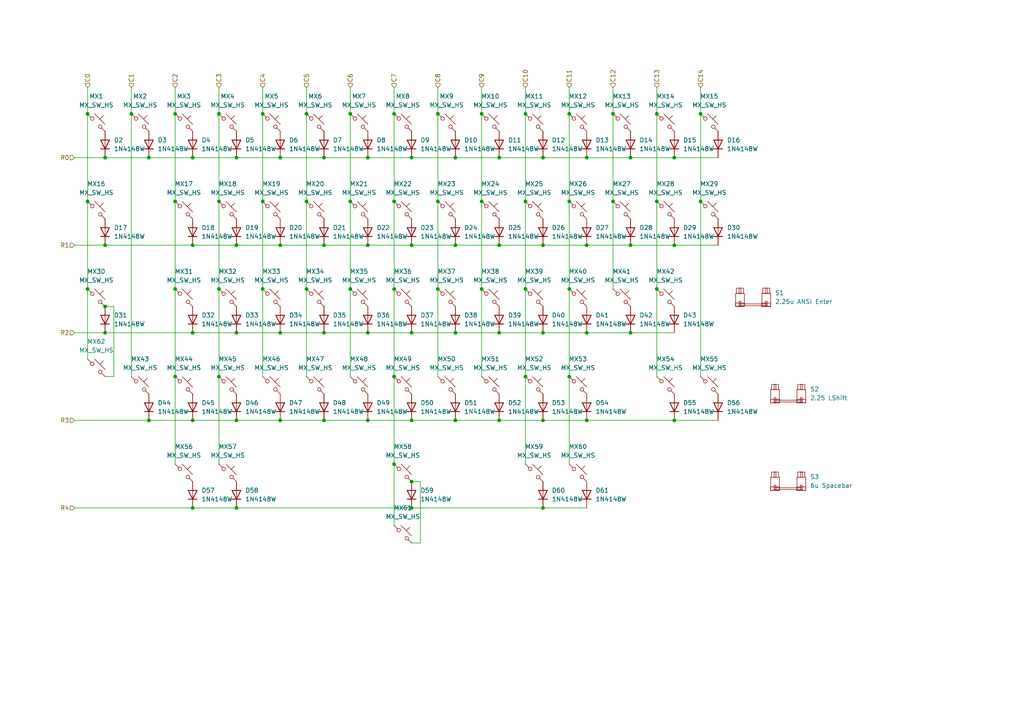
<source format=kicad_sch>
(kicad_sch (version 20231120) (generator "eeschema") (generator_version "8.0")
  (paper "A4")
  (junction (at 81.28 96.52))
  (junction (at 25.4 58.42))
  (junction (at 144.78 121.92))
  (junction (at 182.88 96.52))
  (junction (at 30.48 96.52))
  (junction (at 30.48 45.72))
  (junction (at 88.9 33.02))
  (junction (at 106.68 45.72))
  (junction (at 68.58 45.72))
  (junction (at 170.18 96.52))
  (junction (at 157.48 147.32))
  (junction (at 106.68 71.12))
  (junction (at 152.4 109.22))
  (junction (at 38.1 33.02))
  (junction (at 93.98 71.12))
  (junction (at 55.88 96.52))
  (junction (at 50.8 33.02))
  (junction (at 190.5 58.42))
  (junction (at 55.88 121.92))
  (junction (at 182.88 71.12))
  (junction (at 25.4 83.82))
  (junction (at 195.58 45.72))
  (junction (at 177.8 33.02))
  (junction (at 93.98 121.92))
  (junction (at 132.08 96.52))
  (junction (at 127 83.82))
  (junction (at 170.18 121.92))
  (junction (at 127 58.42))
  (junction (at 144.78 71.12))
  (junction (at 55.88 45.72))
  (junction (at 127 33.02))
  (junction (at 63.5 58.42))
  (junction (at 114.3 109.22))
  (junction (at 139.7 83.82))
  (junction (at 114.3 134.62))
  (junction (at 132.08 71.12))
  (junction (at 139.7 33.02))
  (junction (at 55.88 147.32))
  (junction (at 132.08 121.92))
  (junction (at 81.28 71.12))
  (junction (at 88.9 58.42))
  (junction (at 119.38 45.72))
  (junction (at 76.2 83.82))
  (junction (at 50.8 83.82))
  (junction (at 119.38 147.32))
  (junction (at 139.7 58.42))
  (junction (at 119.38 96.52))
  (junction (at 25.4 33.02))
  (junction (at 152.4 83.82))
  (junction (at 195.58 121.92))
  (junction (at 170.18 45.72))
  (junction (at 157.48 121.92))
  (junction (at 63.5 83.82))
  (junction (at 165.1 58.42))
  (junction (at 101.6 33.02))
  (junction (at 76.2 58.42))
  (junction (at 93.98 96.52))
  (junction (at 165.1 83.82))
  (junction (at 190.5 33.02))
  (junction (at 165.1 109.22))
  (junction (at 114.3 58.42))
  (junction (at 177.8 58.42))
  (junction (at 203.2 58.42))
  (junction (at 119.38 139.7))
  (junction (at 157.48 71.12))
  (junction (at 30.48 71.12))
  (junction (at 101.6 83.82))
  (junction (at 119.38 71.12))
  (junction (at 152.4 58.42))
  (junction (at 190.5 83.82))
  (junction (at 144.78 45.72))
  (junction (at 55.88 71.12))
  (junction (at 93.98 45.72))
  (junction (at 63.5 109.22))
  (junction (at 81.28 45.72))
  (junction (at 132.08 45.72))
  (junction (at 119.38 121.92))
  (junction (at 106.68 121.92))
  (junction (at 76.2 33.02))
  (junction (at 68.58 121.92))
  (junction (at 157.48 45.72))
  (junction (at 114.3 33.02))
  (junction (at 165.1 33.02))
  (junction (at 30.48 88.9))
  (junction (at 50.8 109.22))
  (junction (at 63.5 33.02))
  (junction (at 50.8 58.42))
  (junction (at 182.88 45.72))
  (junction (at 106.68 96.52))
  (junction (at 152.4 33.02))
  (junction (at 88.9 83.82))
  (junction (at 68.58 71.12))
  (junction (at 144.78 96.52))
  (junction (at 170.18 71.12))
  (junction (at 195.58 71.12))
  (junction (at 203.2 33.02))
  (junction (at 43.18 45.72))
  (junction (at 81.28 121.92))
  (junction (at 68.58 147.32))
  (junction (at 101.6 58.42))
  (junction (at 114.3 83.82))
  (junction (at 43.18 121.92))
  (junction (at 157.48 96.52))
  (junction (at 68.58 96.52))
  (wire (pts (xy 195.58 45.72) (xy 208.28 45.72)))
  (wire (pts (xy 127 83.82) (xy 127 109.22)))
  (wire (pts (xy 195.58 121.92) (xy 208.28 121.92)))
  (wire (pts (xy 50.8 83.82) (xy 50.8 109.22)))
  (wire (pts (xy 114.3 109.22) (xy 114.3 134.62)))
  (wire (pts (xy 114.3 25.4) (xy 114.3 33.02)))
  (wire (pts (xy 68.58 121.92) (xy 81.28 121.92)))
  (wire (pts (xy 121.92 139.7) (xy 119.38 139.7)))
  (wire (pts (xy 101.6 33.02) (xy 101.6 58.42)))
  (wire (pts (xy 81.28 121.92) (xy 93.98 121.92)))
  (wire (pts (xy 139.7 25.4) (xy 139.7 33.02)))
  (wire (pts (xy 81.28 45.72) (xy 93.98 45.72)))
  (wire (pts (xy 119.38 147.32) (xy 157.48 147.32)))
  (wire (pts (xy 93.98 121.92) (xy 106.68 121.92)))
  (wire (pts (xy 106.68 96.52) (xy 119.38 96.52)))
  (wire (pts (xy 157.48 147.32) (xy 170.18 147.32)))
  (wire (pts (xy 21.59 45.72) (xy 30.48 45.72)))
  (wire (pts (xy 33.02 109.22) (xy 33.02 88.9)))
  (wire (pts (xy 50.8 109.22) (xy 50.8 134.62)))
  (wire (pts (xy 30.48 96.52) (xy 55.88 96.52)))
  (wire (pts (xy 152.4 25.4) (xy 152.4 33.02)))
  (wire (pts (xy 190.5 33.02) (xy 190.5 58.42)))
  (wire (pts (xy 170.18 96.52) (xy 182.88 96.52)))
  (wire (pts (xy 55.88 96.52) (xy 68.58 96.52)))
  (wire (pts (xy 50.8 58.42) (xy 50.8 83.82)))
  (wire (pts (xy 170.18 121.92) (xy 195.58 121.92)))
  (wire (pts (xy 63.5 109.22) (xy 63.5 134.62)))
  (wire (pts (xy 76.2 25.4) (xy 76.2 33.02)))
  (wire (pts (xy 203.2 25.4) (xy 203.2 33.02)))
  (wire (pts (xy 139.7 33.02) (xy 139.7 58.42)))
  (wire (pts (xy 21.59 121.92) (xy 43.18 121.92)))
  (wire (pts (xy 88.9 83.82) (xy 88.9 109.22)))
  (wire (pts (xy 55.88 45.72) (xy 68.58 45.72)))
  (wire (pts (xy 106.68 71.12) (xy 119.38 71.12)))
  (wire (pts (xy 38.1 25.4) (xy 38.1 33.02)))
  (wire (pts (xy 127 25.4) (xy 127 33.02)))
  (wire (pts (xy 195.58 71.12) (xy 208.28 71.12)))
  (wire (pts (xy 157.48 121.92) (xy 170.18 121.92)))
  (wire (pts (xy 165.1 109.22) (xy 165.1 134.62)))
  (wire (pts (xy 25.4 33.02) (xy 25.4 58.42)))
  (wire (pts (xy 157.48 96.52) (xy 170.18 96.52)))
  (wire (pts (xy 93.98 96.52) (xy 106.68 96.52)))
  (wire (pts (xy 30.48 45.72) (xy 43.18 45.72)))
  (wire (pts (xy 144.78 71.12) (xy 157.48 71.12)))
  (wire (pts (xy 63.5 33.02) (xy 63.5 58.42)))
  (wire (pts (xy 43.18 45.72) (xy 55.88 45.72)))
  (wire (pts (xy 106.68 45.72) (xy 119.38 45.72)))
  (wire (pts (xy 165.1 25.4) (xy 165.1 33.02)))
  (wire (pts (xy 139.7 83.82) (xy 139.7 109.22)))
  (wire (pts (xy 152.4 58.42) (xy 152.4 83.82)))
  (wire (pts (xy 119.38 45.72) (xy 132.08 45.72)))
  (wire (pts (xy 203.2 33.02) (xy 203.2 58.42)))
  (wire (pts (xy 68.58 45.72) (xy 81.28 45.72)))
  (wire (pts (xy 132.08 96.52) (xy 144.78 96.52)))
  (wire (pts (xy 63.5 83.82) (xy 63.5 109.22)))
  (wire (pts (xy 190.5 58.42) (xy 190.5 83.82)))
  (wire (pts (xy 182.88 96.52) (xy 195.58 96.52)))
  (wire (pts (xy 132.08 71.12) (xy 144.78 71.12)))
  (wire (pts (xy 68.58 147.32) (xy 119.38 147.32)))
  (wire (pts (xy 119.38 71.12) (xy 132.08 71.12)))
  (wire (pts (xy 165.1 83.82) (xy 165.1 109.22)))
  (wire (pts (xy 93.98 45.72) (xy 106.68 45.72)))
  (wire (pts (xy 190.5 25.4) (xy 190.5 33.02)))
  (wire (pts (xy 76.2 58.42) (xy 76.2 83.82)))
  (wire (pts (xy 33.02 88.9) (xy 30.48 88.9)))
  (wire (pts (xy 165.1 33.02) (xy 165.1 58.42)))
  (wire (pts (xy 63.5 25.4) (xy 63.5 33.02)))
  (wire (pts (xy 114.3 134.62) (xy 114.3 152.4)))
  (wire (pts (xy 101.6 83.82) (xy 101.6 109.22)))
  (wire (pts (xy 127 58.42) (xy 127 83.82)))
  (wire (pts (xy 152.4 33.02) (xy 152.4 58.42)))
  (wire (pts (xy 157.48 71.12) (xy 170.18 71.12)))
  (wire (pts (xy 81.28 71.12) (xy 93.98 71.12)))
  (wire (pts (xy 63.5 58.42) (xy 63.5 83.82)))
  (wire (pts (xy 21.59 147.32) (xy 55.88 147.32)))
  (wire (pts (xy 177.8 33.02) (xy 177.8 58.42)))
  (wire (pts (xy 119.38 96.52) (xy 132.08 96.52)))
  (wire (pts (xy 55.88 71.12) (xy 68.58 71.12)))
  (wire (pts (xy 101.6 25.4) (xy 101.6 33.02)))
  (wire (pts (xy 114.3 83.82) (xy 114.3 109.22)))
  (wire (pts (xy 50.8 25.4) (xy 50.8 33.02)))
  (wire (pts (xy 50.8 33.02) (xy 50.8 58.42)))
  (wire (pts (xy 152.4 83.82) (xy 152.4 109.22)))
  (wire (pts (xy 76.2 83.82) (xy 76.2 109.22)))
  (wire (pts (xy 182.88 45.72) (xy 195.58 45.72)))
  (wire (pts (xy 21.59 96.52) (xy 30.48 96.52)))
  (wire (pts (xy 152.4 109.22) (xy 152.4 134.62)))
  (wire (pts (xy 43.18 121.92) (xy 55.88 121.92)))
  (wire (pts (xy 114.3 58.42) (xy 114.3 83.82)))
  (wire (pts (xy 132.08 121.92) (xy 144.78 121.92)))
  (wire (pts (xy 30.48 71.12) (xy 55.88 71.12)))
  (wire (pts (xy 177.8 25.4) (xy 177.8 33.02)))
  (wire (pts (xy 190.5 83.82) (xy 190.5 109.22)))
  (wire (pts (xy 170.18 45.72) (xy 182.88 45.72)))
  (wire (pts (xy 119.38 121.92) (xy 132.08 121.92)))
  (wire (pts (xy 25.4 25.4) (xy 25.4 33.02)))
  (wire (pts (xy 25.4 58.42) (xy 25.4 83.82)))
  (wire (pts (xy 177.8 58.42) (xy 177.8 83.82)))
  (wire (pts (xy 93.98 71.12) (xy 106.68 71.12)))
  (wire (pts (xy 88.9 33.02) (xy 88.9 58.42)))
  (wire (pts (xy 121.92 157.48) (xy 121.92 139.7)))
  (wire (pts (xy 144.78 96.52) (xy 157.48 96.52)))
  (wire (pts (xy 55.88 147.32) (xy 68.58 147.32)))
  (wire (pts (xy 182.88 71.12) (xy 195.58 71.12)))
  (wire (pts (xy 157.48 45.72) (xy 170.18 45.72)))
  (wire (pts (xy 144.78 45.72) (xy 157.48 45.72)))
  (wire (pts (xy 25.4 83.82) (xy 25.4 104.14)))
  (wire (pts (xy 30.48 109.22) (xy 33.02 109.22)))
  (wire (pts (xy 170.18 71.12) (xy 182.88 71.12)))
  (wire (pts (xy 21.59 71.12) (xy 30.48 71.12)))
  (wire (pts (xy 68.58 71.12) (xy 81.28 71.12)))
  (wire (pts (xy 203.2 58.42) (xy 203.2 109.22)))
  (wire (pts (xy 132.08 45.72) (xy 144.78 45.72)))
  (wire (pts (xy 165.1 58.42) (xy 165.1 83.82)))
  (wire (pts (xy 55.88 121.92) (xy 68.58 121.92)))
  (wire (pts (xy 81.28 96.52) (xy 93.98 96.52)))
  (wire (pts (xy 144.78 121.92) (xy 157.48 121.92)))
  (wire (pts (xy 76.2 33.02) (xy 76.2 58.42)))
  (wire (pts (xy 119.38 157.48) (xy 121.92 157.48)))
  (wire (pts (xy 68.58 96.52) (xy 81.28 96.52)))
  (wire (pts (xy 101.6 58.42) (xy 101.6 83.82)))
  (wire (pts (xy 114.3 33.02) (xy 114.3 58.42)))
  (wire (pts (xy 88.9 25.4) (xy 88.9 33.02)))
  (wire (pts (xy 88.9 58.42) (xy 88.9 83.82)))
  (wire (pts (xy 127 33.02) (xy 127 58.42)))
  (wire (pts (xy 38.1 33.02) (xy 38.1 109.22)))
  (wire (pts (xy 106.68 121.92) (xy 119.38 121.92)))
  (wire (pts (xy 139.7 58.42) (xy 139.7 83.82)))
  (hierarchical_label "R2" (shape input) (at 21.59 96.52 180))
  (hierarchical_label "R3" (shape input) (at 21.59 121.92 180))
  (hierarchical_label "C3" (shape input) (at 63.5 25.4 90))
  (hierarchical_label "C9" (shape input) (at 139.7 25.4 90))
  (hierarchical_label "C14" (shape input) (at 203.2 25.4 90))
  (hierarchical_label "C5" (shape input) (at 88.9 25.4 90))
  (hierarchical_label "R1" (shape input) (at 21.59 71.12 180))
  (hierarchical_label "C10" (shape input) (at 152.4 25.4 90))
  (hierarchical_label "C12" (shape input) (at 177.8 25.4 90))
  (hierarchical_label "C0" (shape input) (at 25.4 25.4 90))
  (hierarchical_label "C11" (shape input) (at 165.1 25.4 90))
  (hierarchical_label "R0" (shape input) (at 21.59 45.72 180))
  (hierarchical_label "C2" (shape input) (at 50.8 25.4 90))
  (hierarchical_label "C1" (shape input) (at 38.1 25.4 90))
  (hierarchical_label "C8" (shape input) (at 127 25.4 90))
  (hierarchical_label "C6" (shape input) (at 101.6 25.4 90))
  (hierarchical_label "R4" (shape input) (at 21.59 147.32 180))
  (hierarchical_label "C13" (shape input) (at 190.5 25.4 90))
  (hierarchical_label "C4" (shape input) (at 76.2 25.4 90))
  (hierarchical_label "C7" (shape input) (at 114.3 25.4 90))
  (symbol (lib_id "Device:D") (at 132.08 41.91 90) (unit 1)
    (property "Reference" "D10" (at 134.62 40.6399 90) (effects (justify right)))
    (property "Value" "1N4148W" (at 134.62 43.1799 90) (effects (justify right)))
    (property "Footprint" "Diode_SMD:D_SOD-123" (effects (hide yes)))
    (property "Description" "Diode" (effects (hide yes)))
    (property "Sim.Device" "D" (effects (hide yes)))
    (property "Sim.Pins" "1=K 2=A" (effects (hide yes)))
  )
  (symbol (lib_id "PCM_marbastlib-mx:MX_SW_HS_CPG151101S11") (at 104.14 86.36 0) (unit 1)
    (property "Reference" "MX35" (at 104.14 78.74 0))
    (property "Value" "MX_SW_HS" (at 104.14 81.28 0))
    (property "Footprint" "PCM_marbastlib-mx:SW_MX_HS_CPG151101S11_1u" (effects (hide yes)))
    (property "Description" "Push button switch, normally open, two pins, 45° tilted, Kailh CPG151101S11 for Cherry MX style switches" (effects (hide yes)))
  )
  (symbol (lib_id "Device:D") (at 208.28 67.31 90) (unit 1)
    (property "Reference" "D30" (at 210.82 66.0399 90) (effects (justify right)))
    (property "Value" "1N4148W" (at 210.82 68.5799 90) (effects (justify right)))
    (property "Footprint" "Diode_SMD:D_SOD-123" (effects (hide yes)))
    (property "Description" "Diode" (effects (hide yes)))
    (property "Sim.Device" "D" (effects (hide yes)))
    (property "Sim.Pins" "1=K 2=A" (effects (hide yes)))
  )
  (symbol (lib_id "Device:D") (at 55.88 67.31 90) (unit 1)
    (property "Reference" "D18" (at 58.42 66.0399 90) (effects (justify right)))
    (property "Value" "1N4148W" (at 58.42 68.5799 90) (effects (justify right)))
    (property "Footprint" "Diode_SMD:D_SOD-123" (effects (hide yes)))
    (property "Description" "Diode" (effects (hide yes)))
    (property "Sim.Device" "D" (effects (hide yes)))
    (property "Sim.Pins" "1=K 2=A" (effects (hide yes)))
  )
  (symbol (lib_id "PCM_marbastlib-mx:MX_SW_HS_CPG151101S11") (at 116.84 137.16 0) (unit 1)
    (property "Reference" "MX58" (at 116.84 129.54 0))
    (property "Value" "MX_SW_HS" (at 116.84 132.08 0))
    (property "Footprint" "PCM_marbastlib-mx:SW_MX_HS_CPG151101S11_1u" (effects (hide yes)))
    (property "Description" "Push button switch, normally open, two pins, 45° tilted, Kailh CPG151101S11 for Cherry MX style switches" (effects (hide yes)))
  )
  (symbol (lib_id "Device:D") (at 68.58 118.11 90) (unit 1)
    (property "Reference" "D46" (at 71.12 116.8399 90) (effects (justify right)))
    (property "Value" "1N4148W" (at 71.12 119.3799 90) (effects (justify right)))
    (property "Footprint" "Diode_SMD:D_SOD-123" (effects (hide yes)))
    (property "Description" "Diode" (effects (hide yes)))
    (property "Sim.Device" "D" (effects (hide yes)))
    (property "Sim.Pins" "1=K 2=A" (effects (hide yes)))
  )
  (symbol (lib_id "PCM_marbastlib-mx:MX_SW_HS_CPG151101S11") (at 40.64 35.56 0) (unit 1)
    (property "Reference" "MX2" (at 40.64 27.94 0))
    (property "Value" "MX_SW_HS" (at 40.64 30.48 0))
    (property "Footprint" "PCM_marbastlib-mx:SW_MX_HS_CPG151101S11_1u" (effects (hide yes)))
    (property "Description" "Push button switch, normally open, two pins, 45° tilted, Kailh CPG151101S11 for Cherry MX style switches" (effects (hide yes)))
  )
  (symbol (lib_id "Device:D") (at 170.18 143.51 90) (unit 1)
    (property "Reference" "D61" (at 172.72 142.2399 90) (effects (justify right)))
    (property "Value" "1N4148W" (at 172.72 144.7799 90) (effects (justify right)))
    (property "Footprint" "Diode_SMD:D_SOD-123" (effects (hide yes)))
    (property "Description" "Diode" (effects (hide yes)))
    (property "Sim.Device" "D" (effects (hide yes)))
    (property "Sim.Pins" "1=K 2=A" (effects (hide yes)))
  )
  (symbol (lib_id "Device:D") (at 43.18 118.11 90) (unit 1)
    (property "Reference" "D44" (at 45.72 116.8399 90) (effects (justify right)))
    (property "Value" "1N4148W" (at 45.72 119.3799 90) (effects (justify right)))
    (property "Footprint" "Diode_SMD:D_SOD-123" (effects (hide yes)))
    (property "Description" "Diode" (effects (hide yes)))
    (property "Sim.Device" "D" (effects (hide yes)))
    (property "Sim.Pins" "1=K 2=A" (effects (hide yes)))
  )
  (symbol (lib_id "Device:D") (at 43.18 41.91 90) (unit 1)
    (property "Reference" "D3" (at 45.72 40.6399 90) (effects (justify right)))
    (property "Value" "1N4148W" (at 45.72 43.1799 90) (effects (justify right)))
    (property "Footprint" "Diode_SMD:D_SOD-123" (effects (hide yes)))
    (property "Description" "Diode" (effects (hide yes)))
    (property "Sim.Device" "D" (effects (hide yes)))
    (property "Sim.Pins" "1=K 2=A" (effects (hide yes)))
  )
  (symbol (lib_id "PCM_marbastlib-mx:MX_SW_HS_CPG151101S11") (at 142.24 111.76 0) (unit 1)
    (property "Reference" "MX51" (at 142.24 104.14 0))
    (property "Value" "MX_SW_HS" (at 142.24 106.68 0))
    (property "Footprint" "PCM_marbastlib-mx:SW_MX_HS_CPG151101S11_1u" (effects (hide yes)))
    (property "Description" "Push button switch, normally open, two pins, 45° tilted, Kailh CPG151101S11 for Cherry MX style switches" (effects (hide yes)))
  )
  (symbol (lib_id "Device:D") (at 144.78 92.71 90) (unit 1)
    (property "Reference" "D39" (at 147.32 91.4399 90) (effects (justify right)))
    (property "Value" "1N4148W" (at 147.32 93.9799 90) (effects (justify right)))
    (property "Footprint" "Diode_SMD:D_SOD-123" (effects (hide yes)))
    (property "Description" "Diode" (effects (hide yes)))
    (property "Sim.Device" "D" (effects (hide yes)))
    (property "Sim.Pins" "1=K 2=A" (effects (hide yes)))
  )
  (symbol (lib_id "Device:D") (at 132.08 118.11 90) (unit 1)
    (property "Reference" "D51" (at 134.62 116.8399 90) (effects (justify right)))
    (property "Value" "1N4148W" (at 134.62 119.3799 90) (effects (justify right)))
    (property "Footprint" "Diode_SMD:D_SOD-123" (effects (hide yes)))
    (property "Description" "Diode" (effects (hide yes)))
    (property "Sim.Device" "D" (effects (hide yes)))
    (property "Sim.Pins" "1=K 2=A" (effects (hide yes)))
  )
  (symbol (lib_id "Device:D") (at 132.08 67.31 90) (unit 1)
    (property "Reference" "D24" (at 134.62 66.0399 90) (effects (justify right)))
    (property "Value" "1N4148W" (at 134.62 68.5799 90) (effects (justify right)))
    (property "Footprint" "Diode_SMD:D_SOD-123" (effects (hide yes)))
    (property "Description" "Diode" (effects (hide yes)))
    (property "Sim.Device" "D" (effects (hide yes)))
    (property "Sim.Pins" "1=K 2=A" (effects (hide yes)))
  )
  (symbol (lib_id "Device:D") (at 170.18 118.11 90) (unit 1)
    (property "Reference" "D54" (at 172.72 116.8399 90) (effects (justify right)))
    (property "Value" "1N4148W" (at 172.72 119.3799 90) (effects (justify right)))
    (property "Footprint" "Diode_SMD:D_SOD-123" (effects (hide yes)))
    (property "Description" "Diode" (effects (hide yes)))
    (property "Sim.Device" "D" (effects (hide yes)))
    (property "Sim.Pins" "1=K 2=A" (effects (hide yes)))
  )
  (symbol (lib_id "PCM_marbastlib-mx:MX_stab") (at 228.6 139.7 0) (unit 1) (in_bom no)
    (property "Reference" "S3" (at 234.95 138.3029 0) (effects (justify left)))
    (property "Value" "6u Spacebar" (at 234.95 140.8429 0) (effects (justify left)))
    (property "Footprint" "PCM_marbastlib-mx:STAB_MX_6u_New" (effects (hide yes)))
    (property "Description" "Cherry MX-style stabilizer" (effects (hide yes)))
  )
  (symbol (lib_id "PCM_marbastlib-mx:MX_SW_HS_CPG151101S11") (at 66.04 111.76 0) (unit 1)
    (property "Reference" "MX45" (at 66.04 104.14 0))
    (property "Value" "MX_SW_HS" (at 66.04 106.68 0))
    (property "Footprint" "PCM_marbastlib-mx:SW_MX_HS_CPG151101S11_1u" (effects (hide yes)))
    (property "Description" "Push button switch, normally open, two pins, 45° tilted, Kailh CPG151101S11 for Cherry MX style switches" (effects (hide yes)))
  )
  (symbol (lib_id "PCM_marbastlib-mx:MX_SW_HS_CPG151101S11") (at 116.84 154.94 0) (unit 1)
    (property "Reference" "MX61" (at 116.84 147.32 0))
    (property "Value" "MX_SW_HS" (at 116.84 149.86 0))
    (property "Footprint" "PCM_marbastlib-mx:SW_MX_HS_CPG151101S11_1u" (effects (hide yes)))
    (property "Description" "Push button switch, normally open, two pins, 45° tilted, Kailh CPG151101S11 for Cherry MX style switches" (effects (hide yes)))
  )
  (symbol (lib_id "Device:D") (at 144.78 67.31 90) (unit 1)
    (property "Reference" "D25" (at 147.32 66.0399 90) (effects (justify right)))
    (property "Value" "1N4148W" (at 147.32 68.5799 90) (effects (justify right)))
    (property "Footprint" "Diode_SMD:D_SOD-123" (effects (hide yes)))
    (property "Description" "Diode" (effects (hide yes)))
    (property "Sim.Device" "D" (effects (hide yes)))
    (property "Sim.Pins" "1=K 2=A" (effects (hide yes)))
  )
  (symbol (lib_id "Device:D") (at 195.58 92.71 90) (unit 1)
    (property "Reference" "D43" (at 198.12 91.4399 90) (effects (justify right)))
    (property "Value" "1N4148W" (at 198.12 93.9799 90) (effects (justify right)))
    (property "Footprint" "Diode_SMD:D_SOD-123" (effects (hide yes)))
    (property "Description" "Diode" (effects (hide yes)))
    (property "Sim.Device" "D" (effects (hide yes)))
    (property "Sim.Pins" "1=K 2=A" (effects (hide yes)))
  )
  (symbol (lib_id "Device:D") (at 144.78 118.11 90) (unit 1)
    (property "Reference" "D52" (at 147.32 116.8399 90) (effects (justify right)))
    (property "Value" "1N4148W" (at 147.32 119.3799 90) (effects (justify right)))
    (property "Footprint" "Diode_SMD:D_SOD-123" (effects (hide yes)))
    (property "Description" "Diode" (effects (hide yes)))
    (property "Sim.Device" "D" (effects (hide yes)))
    (property "Sim.Pins" "1=K 2=A" (effects (hide yes)))
  )
  (symbol (lib_id "PCM_marbastlib-mx:MX_SW_HS_CPG151101S11") (at 27.94 35.56 0) (unit 1)
    (property "Reference" "MX1" (at 27.94 27.94 0))
    (property "Value" "MX_SW_HS" (at 27.94 30.48 0))
    (property "Footprint" "PCM_marbastlib-mx:SW_MX_HS_CPG151101S11_1u" (effects (hide yes)))
    (property "Description" "Push button switch, normally open, two pins, 45° tilted, Kailh CPG151101S11 for Cherry MX style switches" (effects (hide yes)))
  )
  (symbol (lib_id "PCM_marbastlib-mx:MX_SW_HS_CPG151101S11") (at 129.54 35.56 0) (unit 1)
    (property "Reference" "MX9" (at 129.54 27.94 0))
    (property "Value" "MX_SW_HS" (at 129.54 30.48 0))
    (property "Footprint" "PCM_marbastlib-mx:SW_MX_HS_CPG151101S11_1u" (effects (hide yes)))
    (property "Description" "Push button switch, normally open, two pins, 45° tilted, Kailh CPG151101S11 for Cherry MX style switches" (effects (hide yes)))
  )
  (symbol (lib_id "PCM_marbastlib-mx:MX_SW_HS_CPG151101S11") (at 167.64 60.96 0) (unit 1)
    (property "Reference" "MX26" (at 167.64 53.34 0))
    (property "Value" "MX_SW_HS" (at 167.64 55.88 0))
    (property "Footprint" "PCM_marbastlib-mx:SW_MX_HS_CPG151101S11_1u" (effects (hide yes)))
    (property "Description" "Push button switch, normally open, two pins, 45° tilted, Kailh CPG151101S11 for Cherry MX style switches" (effects (hide yes)))
  )
  (symbol (lib_id "PCM_marbastlib-mx:MX_SW_HS_CPG151101S11") (at 104.14 60.96 0) (unit 1)
    (property "Reference" "MX21" (at 104.14 53.34 0))
    (property "Value" "MX_SW_HS" (at 104.14 55.88 0))
    (property "Footprint" "PCM_marbastlib-mx:SW_MX_HS_CPG151101S11_1u" (effects (hide yes)))
    (property "Description" "Push button switch, normally open, two pins, 45° tilted, Kailh CPG151101S11 for Cherry MX style switches" (effects (hide yes)))
  )
  (symbol (lib_id "Device:D") (at 106.68 67.31 90) (unit 1)
    (property "Reference" "D22" (at 109.22 66.0399 90) (effects (justify right)))
    (property "Value" "1N4148W" (at 109.22 68.5799 90) (effects (justify right)))
    (property "Footprint" "Diode_SMD:D_SOD-123" (effects (hide yes)))
    (property "Description" "Diode" (effects (hide yes)))
    (property "Sim.Device" "D" (effects (hide yes)))
    (property "Sim.Pins" "1=K 2=A" (effects (hide yes)))
  )
  (symbol (lib_id "Device:D") (at 170.18 67.31 90) (unit 1)
    (property "Reference" "D27" (at 172.72 66.0399 90) (effects (justify right)))
    (property "Value" "1N4148W" (at 172.72 68.5799 90) (effects (justify right)))
    (property "Footprint" "Diode_SMD:D_SOD-123" (effects (hide yes)))
    (property "Description" "Diode" (effects (hide yes)))
    (property "Sim.Device" "D" (effects (hide yes)))
    (property "Sim.Pins" "1=K 2=A" (effects (hide yes)))
  )
  (symbol (lib_id "PCM_marbastlib-mx:MX_SW_HS_CPG151101S11") (at 53.34 111.76 0) (unit 1)
    (property "Reference" "MX44" (at 53.34 104.14 0))
    (property "Value" "MX_SW_HS" (at 53.34 106.68 0))
    (property "Footprint" "PCM_marbastlib-mx:SW_MX_HS_CPG151101S11_1u" (effects (hide yes)))
    (property "Description" "Push button switch, normally open, two pins, 45° tilted, Kailh CPG151101S11 for Cherry MX style switches" (effects (hide yes)))
  )
  (symbol (lib_id "PCM_marbastlib-mx:MX_SW_HS_CPG151101S11") (at 154.94 60.96 0) (unit 1)
    (property "Reference" "MX25" (at 154.94 53.34 0))
    (property "Value" "MX_SW_HS" (at 154.94 55.88 0))
    (property "Footprint" "PCM_marbastlib-mx:SW_MX_HS_CPG151101S11_1u" (effects (hide yes)))
    (property "Description" "Push button switch, normally open, two pins, 45° tilted, Kailh CPG151101S11 for Cherry MX style switches" (effects (hide yes)))
  )
  (symbol (lib_id "Device:D") (at 93.98 92.71 90) (unit 1)
    (property "Reference" "D35" (at 96.52 91.4399 90) (effects (justify right)))
    (property "Value" "1N4148W" (at 96.52 93.9799 90) (effects (justify right)))
    (property "Footprint" "Diode_SMD:D_SOD-123" (effects (hide yes)))
    (property "Description" "Diode" (effects (hide yes)))
    (property "Sim.Device" "D" (effects (hide yes)))
    (property "Sim.Pins" "1=K 2=A" (effects (hide yes)))
  )
  (symbol (lib_id "PCM_marbastlib-mx:MX_SW_HS_CPG151101S11") (at 91.44 35.56 0) (unit 1)
    (property "Reference" "MX6" (at 91.44 27.94 0))
    (property "Value" "MX_SW_HS" (at 91.44 30.48 0))
    (property "Footprint" "PCM_marbastlib-mx:SW_MX_HS_CPG151101S11_1u" (effects (hide yes)))
    (property "Description" "Push button switch, normally open, two pins, 45° tilted, Kailh CPG151101S11 for Cherry MX style switches" (effects (hide yes)))
  )
  (symbol (lib_id "PCM_marbastlib-mx:MX_SW_HS_CPG151101S11") (at 167.64 137.16 0) (unit 1)
    (property "Reference" "MX60" (at 167.64 129.54 0))
    (property "Value" "MX_SW_HS" (at 167.64 132.08 0))
    (property "Footprint" "PCM_marbastlib-mx:SW_MX_HS_CPG151101S11_1u" (effects (hide yes)))
    (property "Description" "Push button switch, normally open, two pins, 45° tilted, Kailh CPG151101S11 for Cherry MX style switches" (effects (hide yes)))
  )
  (symbol (lib_id "Device:D") (at 157.48 41.91 90) (unit 1)
    (property "Reference" "D12" (at 160.02 40.6399 90) (effects (justify right)))
    (property "Value" "1N4148W" (at 160.02 43.1799 90) (effects (justify right)))
    (property "Footprint" "Diode_SMD:D_SOD-123" (effects (hide yes)))
    (property "Description" "Diode" (effects (hide yes)))
    (property "Sim.Device" "D" (effects (hide yes)))
    (property "Sim.Pins" "1=K 2=A" (effects (hide yes)))
  )
  (symbol (lib_id "PCM_marbastlib-mx:MX_SW_HS_CPG151101S11") (at 193.04 86.36 0) (unit 1)
    (property "Reference" "MX42" (at 193.04 78.74 0))
    (property "Value" "MX_SW_HS" (at 193.04 81.28 0))
    (property "Footprint" "PCM_marbastlib-mx:SW_MX_HS_CPG151101S11_1u" (effects (hide yes)))
    (property "Description" "Push button switch, normally open, two pins, 45° tilted, Kailh CPG151101S11 for Cherry MX style switches" (effects (hide yes)))
  )
  (symbol (lib_id "PCM_marbastlib-mx:MX_SW_HS_CPG151101S11") (at 66.04 86.36 0) (unit 1)
    (property "Reference" "MX32" (at 66.04 78.74 0))
    (property "Value" "MX_SW_HS" (at 66.04 81.28 0))
    (property "Footprint" "PCM_marbastlib-mx:SW_MX_HS_CPG151101S11_1u" (effects (hide yes)))
    (property "Description" "Push button switch, normally open, two pins, 45° tilted, Kailh CPG151101S11 for Cherry MX style switches" (effects (hide yes)))
  )
  (symbol (lib_id "Device:D") (at 182.88 67.31 90) (unit 1)
    (property "Reference" "D28" (at 185.42 66.0399 90) (effects (justify right)))
    (property "Value" "1N4148W" (at 185.42 68.5799 90) (effects (justify right)))
    (property "Footprint" "Diode_SMD:D_SOD-123" (effects (hide yes)))
    (property "Description" "Diode" (effects (hide yes)))
    (property "Sim.Device" "D" (effects (hide yes)))
    (property "Sim.Pins" "1=K 2=A" (effects (hide yes)))
  )
  (symbol (lib_id "Device:D") (at 157.48 143.51 90) (unit 1)
    (property "Reference" "D60" (at 160.02 142.2399 90) (effects (justify right)))
    (property "Value" "1N4148W" (at 160.02 144.7799 90) (effects (justify right)))
    (property "Footprint" "Diode_SMD:D_SOD-123" (effects (hide yes)))
    (property "Description" "Diode" (effects (hide yes)))
    (property "Sim.Device" "D" (effects (hide yes)))
    (property "Sim.Pins" "1=K 2=A" (effects (hide yes)))
  )
  (symbol (lib_id "PCM_marbastlib-mx:MX_SW_HS_CPG151101S11") (at 116.84 111.76 0) (unit 1)
    (property "Reference" "MX49" (at 116.84 104.14 0))
    (property "Value" "MX_SW_HS" (at 116.84 106.68 0))
    (property "Footprint" "PCM_marbastlib-mx:SW_MX_HS_CPG151101S11_1u" (effects (hide yes)))
    (property "Description" "Push button switch, normally open, two pins, 45° tilted, Kailh CPG151101S11 for Cherry MX style switches" (effects (hide yes)))
  )
  (symbol (lib_id "PCM_marbastlib-mx:MX_SW_HS_CPG151101S11") (at 193.04 60.96 0) (unit 1)
    (property "Reference" "MX28" (at 193.04 53.34 0))
    (property "Value" "MX_SW_HS" (at 193.04 55.88 0))
    (property "Footprint" "PCM_marbastlib-mx:SW_MX_HS_CPG151101S11_1u" (effects (hide yes)))
    (property "Description" "Push button switch, normally open, two pins, 45° tilted, Kailh CPG151101S11 for Cherry MX style switches" (effects (hide yes)))
  )
  (symbol (lib_id "PCM_marbastlib-mx:MX_SW_HS_CPG151101S11") (at 91.44 60.96 0) (unit 1)
    (property "Reference" "MX20" (at 91.44 53.34 0))
    (property "Value" "MX_SW_HS" (at 91.44 55.88 0))
    (property "Footprint" "PCM_marbastlib-mx:SW_MX_HS_CPG151101S11_1u" (effects (hide yes)))
    (property "Description" "Push button switch, normally open, two pins, 45° tilted, Kailh CPG151101S11 for Cherry MX style switches" (effects (hide yes)))
  )
  (symbol (lib_id "Device:D") (at 119.38 92.71 90) (unit 1)
    (property "Reference" "D37" (at 121.92 91.4399 90) (effects (justify right)))
    (property "Value" "1N4148W" (at 121.92 93.9799 90) (effects (justify right)))
    (property "Footprint" "Diode_SMD:D_SOD-123" (effects (hide yes)))
    (property "Description" "Diode" (effects (hide yes)))
    (property "Sim.Device" "D" (effects (hide yes)))
    (property "Sim.Pins" "1=K 2=A" (effects (hide yes)))
  )
  (symbol (lib_id "Device:D") (at 144.78 41.91 90) (unit 1)
    (property "Reference" "D11" (at 147.32 40.6399 90) (effects (justify right)))
    (property "Value" "1N4148W" (at 147.32 43.1799 90) (effects (justify right)))
    (property "Footprint" "Diode_SMD:D_SOD-123" (effects (hide yes)))
    (property "Description" "Diode" (effects (hide yes)))
    (property "Sim.Device" "D" (effects (hide yes)))
    (property "Sim.Pins" "1=K 2=A" (effects (hide yes)))
  )
  (symbol (lib_id "PCM_marbastlib-mx:MX_SW_HS_CPG151101S11") (at 205.74 111.76 0) (unit 1)
    (property "Reference" "MX55" (at 205.74 104.14 0))
    (property "Value" "MX_SW_HS" (at 205.74 106.68 0))
    (property "Footprint" "PCM_marbastlib-mx:SW_MX_HS_CPG151101S11_1u" (effects (hide yes)))
    (property "Description" "Push button switch, normally open, two pins, 45° tilted, Kailh CPG151101S11 for Cherry MX style switches" (effects (hide yes)))
  )
  (symbol (lib_id "PCM_marbastlib-mx:MX_SW_HS_CPG151101S11") (at 104.14 35.56 0) (unit 1)
    (property "Reference" "MX7" (at 104.14 27.94 0))
    (property "Value" "MX_SW_HS" (at 104.14 30.48 0))
    (property "Footprint" "PCM_marbastlib-mx:SW_MX_HS_CPG151101S11_1u" (effects (hide yes)))
    (property "Description" "Push button switch, normally open, two pins, 45° tilted, Kailh CPG151101S11 for Cherry MX style switches" (effects (hide yes)))
  )
  (symbol (lib_id "Device:D") (at 182.88 41.91 90) (unit 1)
    (property "Reference" "D14" (at 185.42 40.6399 90) (effects (justify right)))
    (property "Value" "1N4148W" (at 185.42 43.1799 90) (effects (justify right)))
    (property "Footprint" "Diode_SMD:D_SOD-123" (effects (hide yes)))
    (property "Description" "Diode" (effects (hide yes)))
    (property "Sim.Device" "D" (effects (hide yes)))
    (property "Sim.Pins" "1=K 2=A" (effects (hide yes)))
  )
  (symbol (lib_id "PCM_marbastlib-mx:MX_SW_HS_CPG151101S11") (at 116.84 86.36 0) (unit 1)
    (property "Reference" "MX36" (at 116.84 78.74 0))
    (property "Value" "MX_SW_HS" (at 116.84 81.28 0))
    (property "Footprint" "PCM_marbastlib-mx:SW_MX_HS_CPG151101S11_1u" (effects (hide yes)))
    (property "Description" "Push button switch, normally open, two pins, 45° tilted, Kailh CPG151101S11 for Cherry MX style switches" (effects (hide yes)))
  )
  (symbol (lib_id "PCM_marbastlib-mx:MX_SW_HS_CPG151101S11") (at 180.34 35.56 0) (unit 1)
    (property "Reference" "MX13" (at 180.34 27.94 0))
    (property "Value" "MX_SW_HS" (at 180.34 30.48 0))
    (property "Footprint" "PCM_marbastlib-mx:SW_MX_HS_CPG151101S11_1u" (effects (hide yes)))
    (property "Description" "Push button switch, normally open, two pins, 45° tilted, Kailh CPG151101S11 for Cherry MX style switches" (effects (hide yes)))
  )
  (symbol (lib_id "Device:D") (at 157.48 118.11 90) (unit 1)
    (property "Reference" "D53" (at 160.02 116.8399 90) (effects (justify right)))
    (property "Value" "1N4148W" (at 160.02 119.3799 90) (effects (justify right)))
    (property "Footprint" "Diode_SMD:D_SOD-123" (effects (hide yes)))
    (property "Description" "Diode" (effects (hide yes)))
    (property "Sim.Device" "D" (effects (hide yes)))
    (property "Sim.Pins" "1=K 2=A" (effects (hide yes)))
  )
  (symbol (lib_id "Device:D") (at 119.38 41.91 90) (unit 1)
    (property "Reference" "D9" (at 121.92 40.6399 90) (effects (justify right)))
    (property "Value" "1N4148W" (at 121.92 43.1799 90) (effects (justify right)))
    (property "Footprint" "Diode_SMD:D_SOD-123" (effects (hide yes)))
    (property "Description" "Diode" (effects (hide yes)))
    (property "Sim.Device" "D" (effects (hide yes)))
    (property "Sim.Pins" "1=K 2=A" (effects (hide yes)))
  )
  (symbol (lib_id "Device:D") (at 55.88 143.51 90) (unit 1)
    (property "Reference" "D57" (at 58.42 142.2399 90) (effects (justify right)))
    (property "Value" "1N4148W" (at 58.42 144.7799 90) (effects (justify right)))
    (property "Footprint" "Diode_SMD:D_SOD-123" (effects (hide yes)))
    (property "Description" "Diode" (effects (hide yes)))
    (property "Sim.Device" "D" (effects (hide yes)))
    (property "Sim.Pins" "1=K 2=A" (effects (hide yes)))
  )
  (symbol (lib_id "Device:D") (at 170.18 41.91 90) (unit 1)
    (property "Reference" "D13" (at 172.72 40.6399 90) (effects (justify right)))
    (property "Value" "1N4148W" (at 172.72 43.1799 90) (effects (justify right)))
    (property "Footprint" "Diode_SMD:D_SOD-123" (effects (hide yes)))
    (property "Description" "Diode" (effects (hide yes)))
    (property "Sim.Device" "D" (effects (hide yes)))
    (property "Sim.Pins" "1=K 2=A" (effects (hide yes)))
  )
  (symbol (lib_id "Device:D") (at 81.28 92.71 90) (unit 1)
    (property "Reference" "D34" (at 83.82 91.4399 90) (effects (justify right)))
    (property "Value" "1N4148W" (at 83.82 93.9799 90) (effects (justify right)))
    (property "Footprint" "Diode_SMD:D_SOD-123" (effects (hide yes)))
    (property "Description" "Diode" (effects (hide yes)))
    (property "Sim.Device" "D" (effects (hide yes)))
    (property "Sim.Pins" "1=K 2=A" (effects (hide yes)))
  )
  (symbol (lib_id "PCM_marbastlib-mx:MX_SW_HS_CPG151101S11") (at 78.74 111.76 0) (unit 1)
    (property "Reference" "MX46" (at 78.74 104.14 0))
    (property "Value" "MX_SW_HS" (at 78.74 106.68 0))
    (property "Footprint" "PCM_marbastlib-mx:SW_MX_HS_CPG151101S11_1u" (effects (hide yes)))
    (property "Description" "Push button switch, normally open, two pins, 45° tilted, Kailh CPG151101S11 for Cherry MX style switches" (effects (hide yes)))
  )
  (symbol (lib_id "PCM_marbastlib-mx:MX_SW_HS_CPG151101S11") (at 129.54 60.96 0) (unit 1)
    (property "Reference" "MX23" (at 129.54 53.34 0))
    (property "Value" "MX_SW_HS" (at 129.54 55.88 0))
    (property "Footprint" "PCM_marbastlib-mx:SW_MX_HS_CPG151101S11_1u" (effects (hide yes)))
    (property "Description" "Push button switch, normally open, two pins, 45° tilted, Kailh CPG151101S11 for Cherry MX style switches" (effects (hide yes)))
  )
  (symbol (lib_id "PCM_marbastlib-mx:MX_SW_HS_CPG151101S11") (at 40.64 111.76 0) (unit 1)
    (property "Reference" "MX43" (at 40.64 104.14 0))
    (property "Value" "MX_SW_HS" (at 40.64 106.68 0))
    (property "Footprint" "PCM_marbastlib-mx:SW_MX_HS_CPG151101S11_1u" (effects (hide yes)))
    (property "Description" "Push button switch, normally open, two pins, 45° tilted, Kailh CPG151101S11 for Cherry MX style switches" (effects (hide yes)))
  )
  (symbol (lib_id "PCM_marbastlib-mx:MX_SW_HS_CPG151101S11") (at 27.94 106.68 0) (unit 1)
    (property "Reference" "MX62" (at 27.94 99.06 0))
    (property "Value" "MX_SW_HS" (at 27.94 101.6 0))
    (property "Footprint" "PCM_marbastlib-mx:SW_MX_HS_CPG151101S11_1.75u_STP_1.25" (effects (hide yes)))
    (property "Description" "Push button switch, normally open, two pins, 45° tilted, Kailh CPG151101S11 for Cherry MX style switches" (effects (hide yes)))
  )
  (symbol (lib_id "PCM_marbastlib-mx:MX_SW_HS_CPG151101S11") (at 142.24 60.96 0) (unit 1)
    (property "Reference" "MX24" (at 142.24 53.34 0))
    (property "Value" "MX_SW_HS" (at 142.24 55.88 0))
    (property "Footprint" "PCM_marbastlib-mx:SW_MX_HS_CPG151101S11_1u" (effects (hide yes)))
    (property "Description" "Push button switch, normally open, two pins, 45° tilted, Kailh CPG151101S11 for Cherry MX style switches" (effects (hide yes)))
  )
  (symbol (lib_id "PCM_marbastlib-mx:MX_SW_HS_CPG151101S11") (at 154.94 86.36 0) (unit 1)
    (property "Reference" "MX39" (at 154.94 78.74 0))
    (property "Value" "MX_SW_HS" (at 154.94 81.28 0))
    (property "Footprint" "PCM_marbastlib-mx:SW_MX_HS_CPG151101S11_1u" (effects (hide yes)))
    (property "Description" "Push button switch, normally open, two pins, 45° tilted, Kailh CPG151101S11 for Cherry MX style switches" (effects (hide yes)))
  )
  (symbol (lib_id "PCM_marbastlib-mx:MX_SW_HS_CPG151101S11") (at 142.24 35.56 0) (unit 1)
    (property "Reference" "MX10" (at 142.24 27.94 0))
    (property "Value" "MX_SW_HS" (at 142.24 30.48 0))
    (property "Footprint" "PCM_marbastlib-mx:SW_MX_HS_CPG151101S11_1u" (effects (hide yes)))
    (property "Description" "Push button switch, normally open, two pins, 45° tilted, Kailh CPG151101S11 for Cherry MX style switches" (effects (hide yes)))
  )
  (symbol (lib_id "Device:D") (at 68.58 67.31 90) (unit 1)
    (property "Reference" "D19" (at 71.12 66.0399 90) (effects (justify right)))
    (property "Value" "1N4148W" (at 71.12 68.5799 90) (effects (justify right)))
    (property "Footprint" "Diode_SMD:D_SOD-123" (effects (hide yes)))
    (property "Description" "Diode" (effects (hide yes)))
    (property "Sim.Device" "D" (effects (hide yes)))
    (property "Sim.Pins" "1=K 2=A" (effects (hide yes)))
  )
  (symbol (lib_id "Device:D") (at 157.48 92.71 90) (unit 1)
    (property "Reference" "D40" (at 160.02 91.4399 90) (effects (justify right)))
    (property "Value" "1N4148W" (at 160.02 93.9799 90) (effects (justify right)))
    (property "Footprint" "Diode_SMD:D_SOD-123" (effects (hide yes)))
    (property "Description" "Diode" (effects (hide yes)))
    (property "Sim.Device" "D" (effects (hide yes)))
    (property "Sim.Pins" "1=K 2=A" (effects (hide yes)))
  )
  (symbol (lib_id "PCM_marbastlib-mx:MX_SW_HS_CPG151101S11") (at 129.54 111.76 0) (unit 1)
    (property "Reference" "MX50" (at 129.54 104.14 0))
    (property "Value" "MX_SW_HS" (at 129.54 106.68 0))
    (property "Footprint" "PCM_marbastlib-mx:SW_MX_HS_CPG151101S11_1u" (effects (hide yes)))
    (property "Description" "Push button switch, normally open, two pins, 45° tilted, Kailh CPG151101S11 for Cherry MX style switches" (effects (hide yes)))
  )
  (symbol (lib_id "Device:D") (at 195.58 67.31 90) (unit 1)
    (property "Reference" "D29" (at 198.12 66.0399 90) (effects (justify right)))
    (property "Value" "1N4148W" (at 198.12 68.5799 90) (effects (justify right)))
    (property "Footprint" "Diode_SMD:D_SOD-123" (effects (hide yes)))
    (property "Description" "Diode" (effects (hide yes)))
    (property "Sim.Device" "D" (effects (hide yes)))
    (property "Sim.Pins" "1=K 2=A" (effects (hide yes)))
  )
  (symbol (lib_id "PCM_marbastlib-mx:MX_SW_HS_CPG151101S11") (at 193.04 35.56 0) (unit 1)
    (property "Reference" "MX14" (at 193.04 27.94 0))
    (property "Value" "MX_SW_HS" (at 193.04 30.48 0))
    (property "Footprint" "PCM_marbastlib-mx:SW_MX_HS_CPG151101S11_1u" (effects (hide yes)))
    (property "Description" "Push button switch, normally open, two pins, 45° tilted, Kailh CPG151101S11 for Cherry MX style switches" (effects (hide yes)))
  )
  (symbol (lib_id "PCM_marbastlib-mx:MX_SW_HS_CPG151101S11") (at 180.34 86.36 0) (unit 1)
    (property "Reference" "MX41" (at 180.34 78.74 0))
    (property "Value" "MX_SW_HS" (at 180.34 81.28 0))
    (property "Footprint" "PCM_marbastlib-mx:SW_MX_HS_CPG151101S11_1u" (effects (hide yes)))
    (property "Description" "Push button switch, normally open, two pins, 45° tilted, Kailh CPG151101S11 for Cherry MX style switches" (effects (hide yes)))
  )
  (symbol (lib_id "PCM_marbastlib-mx:MX_stab") (at 218.44 86.36 0) (unit 1) (in_bom no)
    (property "Reference" "S1" (at 224.79 84.9629 0) (effects (justify left)))
    (property "Value" "2.25u ANSI Enter" (at 224.79 87.5029 0) (effects (justify left)))
    (property "Footprint" "PCM_marbastlib-mx:STAB_MX_2.25u" (effects (hide yes)))
    (property "Description" "Cherry MX-style stabilizer" (effects (hide yes)))
  )
  (symbol (lib_id "PCM_marbastlib-mx:MX_SW_HS_CPG151101S11") (at 167.64 35.56 0) (unit 1)
    (property "Reference" "MX12" (at 167.64 27.94 0))
    (property "Value" "MX_SW_HS" (at 167.64 30.48 0))
    (property "Footprint" "PCM_marbastlib-mx:SW_MX_HS_CPG151101S11_1u" (effects (hide yes)))
    (property "Description" "Push button switch, normally open, two pins, 45° tilted, Kailh CPG151101S11 for Cherry MX style switches" (effects (hide yes)))
  )
  (symbol (lib_id "Device:D") (at 93.98 41.91 90) (unit 1)
    (property "Reference" "D7" (at 96.52 40.6399 90) (effects (justify right)))
    (property "Value" "1N4148W" (at 96.52 43.1799 90) (effects (justify right)))
    (property "Footprint" "Diode_SMD:D_SOD-123" (effects (hide yes)))
    (property "Description" "Diode" (effects (hide yes)))
    (property "Sim.Device" "D" (effects (hide yes)))
    (property "Sim.Pins" "1=K 2=A" (effects (hide yes)))
  )
  (symbol (lib_id "PCM_marbastlib-mx:MX_SW_HS_CPG151101S11") (at 154.94 35.56 0) (unit 1)
    (property "Reference" "MX11" (at 154.94 27.94 0))
    (property "Value" "MX_SW_HS" (at 154.94 30.48 0))
    (property "Footprint" "PCM_marbastlib-mx:SW_MX_HS_CPG151101S11_1u" (effects (hide yes)))
    (property "Description" "Push button switch, normally open, two pins, 45° tilted, Kailh CPG151101S11 for Cherry MX style switches" (effects (hide yes)))
  )
  (symbol (lib_id "PCM_marbastlib-mx:MX_SW_HS_CPG151101S11") (at 116.84 60.96 0) (unit 1)
    (property "Reference" "MX22" (at 116.84 53.34 0))
    (property "Value" "MX_SW_HS" (at 116.84 55.88 0))
    (property "Footprint" "PCM_marbastlib-mx:SW_MX_HS_CPG151101S11_1u" (effects (hide yes)))
    (property "Description" "Push button switch, normally open, two pins, 45° tilted, Kailh CPG151101S11 for Cherry MX style switches" (effects (hide yes)))
  )
  (symbol (lib_id "PCM_marbastlib-mx:MX_SW_HS_CPG151101S11") (at 66.04 35.56 0) (unit 1)
    (property "Reference" "MX4" (at 66.04 27.94 0))
    (property "Value" "MX_SW_HS" (at 66.04 30.48 0))
    (property "Footprint" "PCM_marbastlib-mx:SW_MX_HS_CPG151101S11_1u" (effects (hide yes)))
    (property "Description" "Push button switch, normally open, two pins, 45° tilted, Kailh CPG151101S11 for Cherry MX style switches" (effects (hide yes)))
  )
  (symbol (lib_id "Device:D") (at 93.98 118.11 90) (unit 1)
    (property "Reference" "D48" (at 96.52 116.8399 90) (effects (justify right)))
    (property "Value" "1N4148W" (at 96.52 119.3799 90) (effects (justify right)))
    (property "Footprint" "Diode_SMD:D_SOD-123" (effects (hide yes)))
    (property "Description" "Diode" (effects (hide yes)))
    (property "Sim.Device" "D" (effects (hide yes)))
    (property "Sim.Pins" "1=K 2=A" (effects (hide yes)))
  )
  (symbol (lib_id "Device:D") (at 30.48 67.31 90) (unit 1)
    (property "Reference" "D17" (at 33.02 66.0399 90) (effects (justify right)))
    (property "Value" "1N4148W" (at 33.02 68.5799 90) (effects (justify right)))
    (property "Footprint" "Diode_SMD:D_SOD-123" (effects (hide yes)))
    (property "Description" "Diode" (effects (hide yes)))
    (property "Sim.Device" "D" (effects (hide yes)))
    (property "Sim.Pins" "1=K 2=A" (effects (hide yes)))
  )
  (symbol (lib_id "Device:D") (at 68.58 92.71 90) (unit 1)
    (property "Reference" "D33" (at 71.12 91.4399 90) (effects (justify right)))
    (property "Value" "1N4148W" (at 71.12 93.9799 90) (effects (justify right)))
    (property "Footprint" "Diode_SMD:D_SOD-123" (effects (hide yes)))
    (property "Description" "Diode" (effects (hide yes)))
    (property "Sim.Device" "D" (effects (hide yes)))
    (property "Sim.Pins" "1=K 2=A" (effects (hide yes)))
  )
  (symbol (lib_id "Device:D") (at 195.58 41.91 90) (unit 1)
    (property "Reference" "D15" (at 198.12 40.6399 90) (effects (justify right)))
    (property "Value" "1N4148W" (at 198.12 43.1799 90) (effects (justify right)))
    (property "Footprint" "Diode_SMD:D_SOD-123" (effects (hide yes)))
    (property "Description" "Diode" (effects (hide yes)))
    (property "Sim.Device" "D" (effects (hide yes)))
    (property "Sim.Pins" "1=K 2=A" (effects (hide yes)))
  )
  (symbol (lib_id "Device:D") (at 93.98 67.31 90) (unit 1)
    (property "Reference" "D21" (at 96.52 66.0399 90) (effects (justify right)))
    (property "Value" "1N4148W" (at 96.52 68.5799 90) (effects (justify right)))
    (property "Footprint" "Diode_SMD:D_SOD-123" (effects (hide yes)))
    (property "Description" "Diode" (effects (hide yes)))
    (property "Sim.Device" "D" (effects (hide yes)))
    (property "Sim.Pins" "1=K 2=A" (effects (hide yes)))
  )
  (symbol (lib_id "Device:D") (at 119.38 67.31 90) (unit 1)
    (property "Reference" "D23" (at 121.92 66.0399 90) (effects (justify right)))
    (property "Value" "1N4148W" (at 121.92 68.5799 90) (effects (justify right)))
    (property "Footprint" "Diode_SMD:D_SOD-123" (effects (hide yes)))
    (property "Description" "Diode" (effects (hide yes)))
    (property "Sim.Device" "D" (effects (hide yes)))
    (property "Sim.Pins" "1=K 2=A" (effects (hide yes)))
  )
  (symbol (lib_id "PCM_marbastlib-mx:MX_stab") (at 228.6 114.3 0) (unit 1) (in_bom no)
    (property "Reference" "S2" (at 234.95 112.9029 0) (effects (justify left)))
    (property "Value" "2.25 LShift" (at 234.95 115.4429 0) (effects (justify left)))
    (property "Footprint" "PCM_marbastlib-mx:STAB_MX_2.25u" (effects (hide yes)))
    (property "Description" "Cherry MX-style stabilizer" (effects (hide yes)))
  )
  (symbol (lib_id "Device:D") (at 106.68 41.91 90) (unit 1)
    (property "Reference" "D8" (at 109.22 40.6399 90) (effects (justify right)))
    (property "Value" "1N4148W" (at 109.22 43.1799 90) (effects (justify right)))
    (property "Footprint" "Diode_SMD:D_SOD-123" (effects (hide yes)))
    (property "Description" "Diode" (effects (hide yes)))
    (property "Sim.Device" "D" (effects (hide yes)))
    (property "Sim.Pins" "1=K 2=A" (effects (hide yes)))
  )
  (symbol (lib_id "Device:D") (at 170.18 92.71 90) (unit 1)
    (property "Reference" "D41" (at 172.72 91.4399 90) (effects (justify right)))
    (property "Value" "1N4148W" (at 172.72 93.9799 90) (effects (justify right)))
    (property "Footprint" "Diode_SMD:D_SOD-123" (effects (hide yes)))
    (property "Description" "Diode" (effects (hide yes)))
    (property "Sim.Device" "D" (effects (hide yes)))
    (property "Sim.Pins" "1=K 2=A" (effects (hide yes)))
  )
  (symbol (lib_id "PCM_marbastlib-mx:MX_SW_HS_CPG151101S11") (at 27.94 86.36 0) (unit 1)
    (property "Reference" "MX30" (at 27.94 78.74 0))
    (property "Value" "MX_SW_HS" (at 27.94 81.28 0))
    (property "Footprint" "PCM_marbastlib-mx:SW_MX_HS_CPG151101S11_1.75u" (effects (hide yes)))
    (property "Description" "Push button switch, normally open, two pins, 45° tilted, Kailh CPG151101S11 for Cherry MX style switches" (effects (hide yes)))
  )
  (symbol (lib_id "PCM_marbastlib-mx:MX_SW_HS_CPG151101S11") (at 78.74 60.96 0) (unit 1)
    (property "Reference" "MX19" (at 78.74 53.34 0))
    (property "Value" "MX_SW_HS" (at 78.74 55.88 0))
    (property "Footprint" "PCM_marbastlib-mx:SW_MX_HS_CPG151101S11_1u" (effects (hide yes)))
    (property "Description" "Push button switch, normally open, two pins, 45° tilted, Kailh CPG151101S11 for Cherry MX style switches" (effects (hide yes)))
  )
  (symbol (lib_id "Device:D") (at 119.38 118.11 90) (unit 1)
    (property "Reference" "D50" (at 121.92 116.8399 90) (effects (justify right)))
    (property "Value" "1N4148W" (at 121.92 119.3799 90) (effects (justify right)))
    (property "Footprint" "Diode_SMD:D_SOD-123" (effects (hide yes)))
    (property "Description" "Diode" (effects (hide yes)))
    (property "Sim.Device" "D" (effects (hide yes)))
    (property "Sim.Pins" "1=K 2=A" (effects (hide yes)))
  )
  (symbol (lib_id "Device:D") (at 182.88 92.71 90) (unit 1)
    (property "Reference" "D42" (at 185.42 91.4399 90) (effects (justify right)))
    (property "Value" "1N4148W" (at 185.42 93.9799 90) (effects (justify right)))
    (property "Footprint" "Diode_SMD:D_SOD-123" (effects (hide yes)))
    (property "Description" "Diode" (effects (hide yes)))
    (property "Sim.Device" "D" (effects (hide yes)))
    (property "Sim.Pins" "1=K 2=A" (effects (hide yes)))
  )
  (symbol (lib_id "PCM_marbastlib-mx:MX_SW_HS_CPG151101S11") (at 205.74 60.96 0) (unit 1)
    (property "Reference" "MX29" (at 205.74 53.34 0))
    (property "Value" "MX_SW_HS" (at 205.74 55.88 0))
    (property "Footprint" "PCM_marbastlib-mx:SW_MX_HS_CPG151101S11_1.5u" (effects (hide yes)))
    (property "Description" "Push button switch, normally open, two pins, 45° tilted, Kailh CPG151101S11 for Cherry MX style switches" (effects (hide yes)))
  )
  (symbol (lib_id "PCM_marbastlib-mx:MX_SW_HS_CPG151101S11") (at 154.94 111.76 0) (unit 1)
    (property "Reference" "MX52" (at 154.94 104.14 0))
    (property "Value" "MX_SW_HS" (at 154.94 106.68 0))
    (property "Footprint" "PCM_marbastlib-mx:SW_MX_HS_CPG151101S11_1u" (effects (hide yes)))
    (property "Description" "Push button switch, normally open, two pins, 45° tilted, Kailh CPG151101S11 for Cherry MX style switches" (effects (hide yes)))
  )
  (symbol (lib_id "Device:D") (at 208.28 41.91 90) (unit 1)
    (property "Reference" "D16" (at 210.82 40.6399 90) (effects (justify right)))
    (property "Value" "1N4148W" (at 210.82 43.1799 90) (effects (justify right)))
    (property "Footprint" "Diode_SMD:D_SOD-123" (effects (hide yes)))
    (property "Description" "Diode" (effects (hide yes)))
    (property "Sim.Device" "D" (effects (hide yes)))
    (property "Sim.Pins" "1=K 2=A" (effects (hide yes)))
  )
  (symbol (lib_id "Device:D") (at 55.88 41.91 90) (unit 1)
    (property "Reference" "D4" (at 58.42 40.6399 90) (effects (justify right)))
    (property "Value" "1N4148W" (at 58.42 43.1799 90) (effects (justify right)))
    (property "Footprint" "Diode_SMD:D_SOD-123" (effects (hide yes)))
    (property "Description" "Diode" (effects (hide yes)))
    (property "Sim.Device" "D" (effects (hide yes)))
    (property "Sim.Pins" "1=K 2=A" (effects (hide yes)))
  )
  (symbol (lib_id "Device:D") (at 119.38 143.51 90) (unit 1)
    (property "Reference" "D59" (at 121.92 142.2399 90) (effects (justify right)))
    (property "Value" "1N4148W" (at 121.92 144.7799 90) (effects (justify right)))
    (property "Footprint" "Diode_SMD:D_SOD-123" (effects (hide yes)))
    (property "Description" "Diode" (effects (hide yes)))
    (property "Sim.Device" "D" (effects (hide yes)))
    (property "Sim.Pins" "1=K 2=A" (effects (hide yes)))
  )
  (symbol (lib_id "PCM_marbastlib-mx:MX_SW_HS_CPG151101S11") (at 53.34 35.56 0) (unit 1)
    (property "Reference" "MX3" (at 53.34 27.94 0))
    (property "Value" "MX_SW_HS" (at 53.34 30.48 0))
    (property "Footprint" "PCM_marbastlib-mx:SW_MX_HS_CPG151101S11_1u" (effects (hide yes)))
    (property "Description" "Push button switch, normally open, two pins, 45° tilted, Kailh CPG151101S11 for Cherry MX style switches" (effects (hide yes)))
  )
  (symbol (lib_id "Device:D") (at 30.48 41.91 90) (unit 1)
    (property "Reference" "D2" (at 33.02 40.6399 90) (effects (justify right)))
    (property "Value" "1N4148W" (at 33.02 43.1799 90) (effects (justify right)))
    (property "Footprint" "Diode_SMD:D_SOD-123" (effects (hide yes)))
    (property "Description" "Diode" (effects (hide yes)))
    (property "Sim.Device" "D" (effects (hide yes)))
    (property "Sim.Pins" "1=K 2=A" (effects (hide yes)))
  )
  (symbol (lib_id "Device:D") (at 55.88 118.11 90) (unit 1)
    (property "Reference" "D45" (at 58.42 116.8399 90) (effects (justify right)))
    (property "Value" "1N4148W" (at 58.42 119.3799 90) (effects (justify right)))
    (property "Footprint" "Diode_SMD:D_SOD-123" (effects (hide yes)))
    (property "Description" "Diode" (effects (hide yes)))
    (property "Sim.Device" "D" (effects (hide yes)))
    (property "Sim.Pins" "1=K 2=A" (effects (hide yes)))
  )
  (symbol (lib_id "Device:D") (at 30.48 92.71 90) (unit 1)
    (property "Reference" "D31" (at 33.02 91.4399 90) (effects (justify right)))
    (property "Value" "1N4148W" (at 33.02 93.9799 90) (effects (justify right)))
    (property "Footprint" "Diode_SMD:D_SOD-123" (effects (hide yes)))
    (property "Description" "Diode" (effects (hide yes)))
    (property "Sim.Device" "D" (effects (hide yes)))
    (property "Sim.Pins" "1=K 2=A" (effects (hide yes)))
  )
  (symbol (lib_id "PCM_marbastlib-mx:MX_SW_HS_CPG151101S11") (at 91.44 86.36 0) (unit 1)
    (property "Reference" "MX34" (at 91.44 78.74 0))
    (property "Value" "MX_SW_HS" (at 91.44 81.28 0))
    (property "Footprint" "PCM_marbastlib-mx:SW_MX_HS_CPG151101S11_1u" (effects (hide yes)))
    (property "Description" "Push button switch, normally open, two pins, 45° tilted, Kailh CPG151101S11 for Cherry MX style switches" (effects (hide yes)))
  )
  (symbol (lib_id "PCM_marbastlib-mx:MX_SW_HS_CPG151101S11") (at 154.94 137.16 0) (unit 1)
    (property "Reference" "MX59" (at 154.94 129.54 0))
    (property "Value" "MX_SW_HS" (at 154.94 132.08 0))
    (property "Footprint" "PCM_marbastlib-mx:SW_MX_HS_CPG151101S11_1.5u" (effects (hide yes)))
    (property "Description" "Push button switch, normally open, two pins, 45° tilted, Kailh CPG151101S11 for Cherry MX style switches" (effects (hide yes)))
  )
  (symbol (lib_id "PCM_marbastlib-mx:MX_SW_HS_CPG151101S11") (at 53.34 86.36 0) (unit 1)
    (property "Reference" "MX31" (at 53.34 78.74 0))
    (property "Value" "MX_SW_HS" (at 53.34 81.28 0))
    (property "Footprint" "PCM_marbastlib-mx:SW_MX_HS_CPG151101S11_1u" (effects (hide yes)))
    (property "Description" "Push button switch, normally open, two pins, 45° tilted, Kailh CPG151101S11 for Cherry MX style switches" (effects (hide yes)))
  )
  (symbol (lib_id "PCM_marbastlib-mx:MX_SW_HS_CPG151101S11") (at 104.14 111.76 0) (unit 1)
    (property "Reference" "MX48" (at 104.14 104.14 0))
    (property "Value" "MX_SW_HS" (at 104.14 106.68 0))
    (property "Footprint" "PCM_marbastlib-mx:SW_MX_HS_CPG151101S11_1u" (effects (hide yes)))
    (property "Description" "Push button switch, normally open, two pins, 45° tilted, Kailh CPG151101S11 for Cherry MX style switches" (effects (hide yes)))
  )
  (symbol (lib_id "PCM_marbastlib-mx:MX_SW_HS_CPG151101S11") (at 167.64 86.36 0) (unit 1)
    (property "Reference" "MX40" (at 167.64 78.74 0))
    (property "Value" "MX_SW_HS" (at 167.64 81.28 0))
    (property "Footprint" "PCM_marbastlib-mx:SW_MX_HS_CPG151101S11_1u" (effects (hide yes)))
    (property "Description" "Push button switch, normally open, two pins, 45° tilted, Kailh CPG151101S11 for Cherry MX style switches" (effects (hide yes)))
  )
  (symbol (lib_id "Device:D") (at 157.48 67.31 90) (unit 1)
    (property "Reference" "D26" (at 160.02 66.0399 90) (effects (justify right)))
    (property "Value" "1N4148W" (at 160.02 68.5799 90) (effects (justify right)))
    (property "Footprint" "Diode_SMD:D_SOD-123" (effects (hide yes)))
    (property "Description" "Diode" (effects (hide yes)))
    (property "Sim.Device" "D" (effects (hide yes)))
    (property "Sim.Pins" "1=K 2=A" (effects (hide yes)))
  )
  (symbol (lib_id "PCM_marbastlib-mx:MX_SW_HS_CPG151101S11") (at 53.34 137.16 0) (unit 1)
    (property "Reference" "MX56" (at 53.34 129.54 0))
    (property "Value" "MX_SW_HS" (at 53.34 132.08 0))
    (property "Footprint" "PCM_marbastlib-mx:SW_MX_HS_CPG151101S11_1u" (effects (hide yes)))
    (property "Description" "Push button switch, normally open, two pins, 45° tilted, Kailh CPG151101S11 for Cherry MX style switches" (effects (hide yes)))
  )
  (symbol (lib_id "PCM_marbastlib-mx:MX_SW_HS_CPG151101S11") (at 205.74 35.56 0) (unit 1)
    (property "Reference" "MX15" (at 205.74 27.94 0))
    (property "Value" "MX_SW_HS" (at 205.74 30.48 0))
    (property "Footprint" "PCM_marbastlib-mx:SW_MX_HS_CPG151101S11_1u" (effects (hide yes)))
    (property "Description" "Push button switch, normally open, two pins, 45° tilted, Kailh CPG151101S11 for Cherry MX style switches" (effects (hide yes)))
  )
  (symbol (lib_id "PCM_marbastlib-mx:MX_SW_HS_CPG151101S11") (at 193.04 111.76 0) (unit 1)
    (property "Reference" "MX54" (at 193.04 104.14 0))
    (property "Value" "MX_SW_HS" (at 193.04 106.68 0))
    (property "Footprint" "PCM_marbastlib-mx:SW_MX_HS_CPG151101S11_1.75u" (effects (hide yes)))
    (property "Description" "Push button switch, normally open, two pins, 45° tilted, Kailh CPG151101S11 for Cherry MX style switches" (effects (hide yes)))
  )
  (symbol (lib_id "Device:D") (at 68.58 41.91 90) (unit 1)
    (property "Reference" "D5" (at 71.12 40.6399 90) (effects (justify right)))
    (property "Value" "1N4148W" (at 71.12 43.1799 90) (effects (justify right)))
    (property "Footprint" "Diode_SMD:D_SOD-123" (effects (hide yes)))
    (property "Description" "Diode" (effects (hide yes)))
    (property "Sim.Device" "D" (effects (hide yes)))
    (property "Sim.Pins" "1=K 2=A" (effects (hide yes)))
  )
  (symbol (lib_id "Device:D") (at 55.88 92.71 90) (unit 1)
    (property "Reference" "D32" (at 58.42 91.4399 90) (effects (justify right)))
    (property "Value" "1N4148W" (at 58.42 93.9799 90) (effects (justify right)))
    (property "Footprint" "Diode_SMD:D_SOD-123" (effects (hide yes)))
    (property "Description" "Diode" (effects (hide yes)))
    (property "Sim.Device" "D" (effects (hide yes)))
    (property "Sim.Pins" "1=K 2=A" (effects (hide yes)))
  )
  (symbol (lib_id "PCM_marbastlib-mx:MX_SW_HS_CPG151101S11") (at 167.64 111.76 0) (unit 1)
    (property "Reference" "MX53" (at 167.64 104.14 0))
    (property "Value" "MX_SW_HS" (at 167.64 106.68 0))
    (property "Footprint" "PCM_marbastlib-mx:SW_MX_HS_CPG151101S11_1u" (effects (hide yes)))
    (property "Description" "Push button switch, normally open, two pins, 45° tilted, Kailh CPG151101S11 for Cherry MX style switches" (effects (hide yes)))
  )
  (symbol (lib_id "PCM_marbastlib-mx:MX_SW_HS_CPG151101S11") (at 78.74 35.56 0) (unit 1)
    (property "Reference" "MX5" (at 78.74 27.94 0))
    (property "Value" "MX_SW_HS" (at 78.74 30.48 0))
    (property "Footprint" "PCM_marbastlib-mx:SW_MX_HS_CPG151101S11_1u" (effects (hide yes)))
    (property "Description" "Push button switch, normally open, two pins, 45° tilted, Kailh CPG151101S11 for Cherry MX style switches" (effects (hide yes)))
  )
  (symbol (lib_id "Device:D") (at 81.28 118.11 90) (unit 1)
    (property "Reference" "D47" (at 83.82 116.8399 90) (effects (justify right)))
    (property "Value" "1N4148W" (at 83.82 119.3799 90) (effects (justify right)))
    (property "Footprint" "Diode_SMD:D_SOD-123" (effects (hide yes)))
    (property "Description" "Diode" (effects (hide yes)))
    (property "Sim.Device" "D" (effects (hide yes)))
    (property "Sim.Pins" "1=K 2=A" (effects (hide yes)))
  )
  (symbol (lib_id "Device:D") (at 81.28 67.31 90) (unit 1)
    (property "Reference" "D20" (at 83.82 66.0399 90) (effects (justify right)))
    (property "Value" "1N4148W" (at 83.82 68.5799 90) (effects (justify right)))
    (property "Footprint" "Diode_SMD:D_SOD-123" (effects (hide yes)))
    (property "Description" "Diode" (effects (hide yes)))
    (property "Sim.Device" "D" (effects (hide yes)))
    (property "Sim.Pins" "1=K 2=A" (effects (hide yes)))
  )
  (symbol (lib_id "Device:D") (at 106.68 118.11 90) (unit 1)
    (property "Reference" "D49" (at 109.22 116.8399 90) (effects (justify right)))
    (property "Value" "1N4148W" (at 109.22 119.3799 90) (effects (justify right)))
    (property "Footprint" "Diode_SMD:D_SOD-123" (effects (hide yes)))
    (property "Description" "Diode" (effects (hide yes)))
    (property "Sim.Device" "D" (effects (hide yes)))
    (property "Sim.Pins" "1=K 2=A" (effects (hide yes)))
  )
  (symbol (lib_id "PCM_marbastlib-mx:MX_SW_HS_CPG151101S11") (at 53.34 60.96 0) (unit 1)
    (property "Reference" "MX17" (at 53.34 53.34 0))
    (property "Value" "MX_SW_HS" (at 53.34 55.88 0))
    (property "Footprint" "PCM_marbastlib-mx:SW_MX_HS_CPG151101S11_1u" (effects (hide yes)))
    (property "Description" "Push button switch, normally open, two pins, 45° tilted, Kailh CPG151101S11 for Cherry MX style switches" (effects (hide yes)))
  )
  (symbol (lib_id "PCM_marbastlib-mx:MX_SW_HS_CPG151101S11") (at 66.04 60.96 0) (unit 1)
    (property "Reference" "MX18" (at 66.04 53.34 0))
    (property "Value" "MX_SW_HS" (at 66.04 55.88 0))
    (property "Footprint" "PCM_marbastlib-mx:SW_MX_HS_CPG151101S11_1u" (effects (hide yes)))
    (property "Description" "Push button switch, normally open, two pins, 45° tilted, Kailh CPG151101S11 for Cherry MX style switches" (effects (hide yes)))
  )
  (symbol (lib_id "PCM_marbastlib-mx:MX_SW_HS_CPG151101S11") (at 142.24 86.36 0) (unit 1)
    (property "Reference" "MX38" (at 142.24 78.74 0))
    (property "Value" "MX_SW_HS" (at 142.24 81.28 0))
    (property "Footprint" "PCM_marbastlib-mx:SW_MX_HS_CPG151101S11_1u" (effects (hide yes)))
    (property "Description" "Push button switch, normally open, two pins, 45° tilted, Kailh CPG151101S11 for Cherry MX style switches" (effects (hide yes)))
  )
  (symbol (lib_id "PCM_marbastlib-mx:MX_SW_HS_CPG151101S11") (at 66.04 137.16 0) (unit 1)
    (property "Reference" "MX57" (at 66.04 129.54 0))
    (property "Value" "MX_SW_HS" (at 66.04 132.08 0))
    (property "Footprint" "PCM_marbastlib-mx:SW_MX_HS_CPG151101S11_1.5u" (effects (hide yes)))
    (property "Description" "Push button switch, normally open, two pins, 45° tilted, Kailh CPG151101S11 for Cherry MX style switches" (effects (hide yes)))
  )
  (symbol (lib_id "Device:D") (at 195.58 118.11 90) (unit 1)
    (property "Reference" "D55" (at 198.12 116.8399 90) (effects (justify right)))
    (property "Value" "1N4148W" (at 198.12 119.3799 90) (effects (justify right)))
    (property "Footprint" "Diode_SMD:D_SOD-123" (effects (hide yes)))
    (property "Description" "Diode" (effects (hide yes)))
    (property "Sim.Device" "D" (effects (hide yes)))
    (property "Sim.Pins" "1=K 2=A" (effects (hide yes)))
  )
  (symbol (lib_id "Device:D") (at 81.28 41.91 90) (unit 1)
    (property "Reference" "D6" (at 83.82 40.6399 90) (effects (justify right)))
    (property "Value" "1N4148W" (at 83.82 43.1799 90) (effects (justify right)))
    (property "Footprint" "Diode_SMD:D_SOD-123" (effects (hide yes)))
    (property "Description" "Diode" (effects (hide yes)))
    (property "Sim.Device" "D" (effects (hide yes)))
    (property "Sim.Pins" "1=K 2=A" (effects (hide yes)))
  )
  (symbol (lib_id "PCM_marbastlib-mx:MX_SW_HS_CPG151101S11") (at 116.84 35.56 0) (unit 1)
    (property "Reference" "MX8" (at 116.84 27.94 0))
    (property "Value" "MX_SW_HS" (at 116.84 30.48 0))
    (property "Footprint" "PCM_marbastlib-mx:SW_MX_HS_CPG151101S11_1u" (effects (hide yes)))
    (property "Description" "Push button switch, normally open, two pins, 45° tilted, Kailh CPG151101S11 for Cherry MX style switches" (effects (hide yes)))
  )
  (symbol (lib_id "Device:D") (at 106.68 92.71 90) (unit 1)
    (property "Reference" "D36" (at 109.22 91.4399 90) (effects (justify right)))
    (property "Value" "1N4148W" (at 109.22 93.9799 90) (effects (justify right)))
    (property "Footprint" "Diode_SMD:D_SOD-123" (effects (hide yes)))
    (property "Description" "Diode" (effects (hide yes)))
    (property "Sim.Device" "D" (effects (hide yes)))
    (property "Sim.Pins" "1=K 2=A" (effects (hide yes)))
  )
  (symbol (lib_id "PCM_marbastlib-mx:MX_SW_HS_CPG151101S11") (at 180.34 60.96 0) (unit 1)
    (property "Reference" "MX27" (at 180.34 53.34 0))
    (property "Value" "MX_SW_HS" (at 180.34 55.88 0))
    (property "Footprint" "PCM_marbastlib-mx:SW_MX_HS_CPG151101S11_1u" (effects (hide yes)))
    (property "Description" "Push button switch, normally open, two pins, 45° tilted, Kailh CPG151101S11 for Cherry MX style switches" (effects (hide yes)))
  )
  (symbol (lib_id "PCM_marbastlib-mx:MX_SW_HS_CPG151101S11") (at 91.44 111.76 0) (unit 1)
    (property "Reference" "MX47" (at 91.44 104.14 0))
    (property "Value" "MX_SW_HS" (at 91.44 106.68 0))
    (property "Footprint" "PCM_marbastlib-mx:SW_MX_HS_CPG151101S11_1u" (effects (hide yes)))
    (property "Description" "Push button switch, normally open, two pins, 45° tilted, Kailh CPG151101S11 for Cherry MX style switches" (effects (hide yes)))
  )
  (symbol (lib_id "Device:D") (at 68.58 143.51 90) (unit 1)
    (property "Reference" "D58" (at 71.12 142.2399 90) (effects (justify right)))
    (property "Value" "1N4148W" (at 71.12 144.7799 90) (effects (justify right)))
    (property "Footprint" "Diode_SMD:D_SOD-123" (effects (hide yes)))
    (property "Description" "Diode" (effects (hide yes)))
    (property "Sim.Device" "D" (effects (hide yes)))
    (property "Sim.Pins" "1=K 2=A" (effects (hide yes)))
  )
  (symbol (lib_id "PCM_marbastlib-mx:MX_SW_HS_CPG151101S11") (at 129.54 86.36 0) (unit 1)
    (property "Reference" "MX37" (at 129.54 78.74 0))
    (property "Value" "MX_SW_HS" (at 129.54 81.28 0))
    (property "Footprint" "PCM_marbastlib-mx:SW_MX_HS_CPG151101S11_1u" (effects (hide yes)))
    (property "Description" "Push button switch, normally open, two pins, 45° tilted, Kailh CPG151101S11 for Cherry MX style switches" (effects (hide yes)))
  )
  (symbol (lib_id "PCM_marbastlib-mx:MX_SW_HS_CPG151101S11") (at 27.94 60.96 0) (unit 1)
    (property "Reference" "MX16" (at 27.94 53.34 0))
    (property "Value" "MX_SW_HS" (at 27.94 55.88 0))
    (property "Footprint" "PCM_marbastlib-mx:SW_MX_HS_CPG151101S11_1.5u" (effects (hide yes)))
    (property "Description" "Push button switch, normally open, two pins, 45° tilted, Kailh CPG151101S11 for Cherry MX style switches" (effects (hide yes)))
  )
  (symbol (lib_id "Device:D") (at 208.28 118.11 90) (unit 1)
    (property "Reference" "D56" (at 210.82 116.8399 90) (effects (justify right)))
    (property "Value" "1N4148W" (at 210.82 119.3799 90) (effects (justify right)))
    (property "Footprint" "Diode_SMD:D_SOD-123" (effects (hide yes)))
    (property "Description" "Diode" (effects (hide yes)))
    (property "Sim.Device" "D" (effects (hide yes)))
    (property "Sim.Pins" "1=K 2=A" (effects (hide yes)))
  )
  (symbol (lib_id "Device:D") (at 132.08 92.71 90) (unit 1)
    (property "Reference" "D38" (at 134.62 91.4399 90) (effects (justify right)))
    (property "Value" "1N4148W" (at 134.62 93.9799 90) (effects (justify right)))
    (property "Footprint" "Diode_SMD:D_SOD-123" (effects (hide yes)))
    (property "Description" "Diode" (effects (hide yes)))
    (property "Sim.Device" "D" (effects (hide yes)))
    (property "Sim.Pins" "1=K 2=A" (effects (hide yes)))
  )
  (symbol (lib_id "PCM_marbastlib-mx:MX_SW_HS_CPG151101S11") (at 78.74 86.36 0) (unit 1)
    (property "Reference" "MX33" (at 78.74 78.74 0))
    (property "Value" "MX_SW_HS" (at 78.74 81.28 0))
    (property "Footprint" "PCM_marbastlib-mx:SW_MX_HS_CPG151101S11_1u" (effects (hide yes)))
    (property "Description" "Push button switch, normally open, two pins, 45° tilted, Kailh CPG151101S11 for Cherry MX style switches" (effects (hide yes)))
  )
)
</source>
